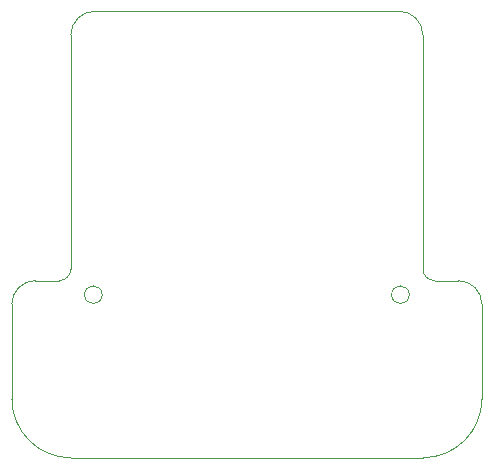
<source format=gm1>
G04*
G04 #@! TF.GenerationSoftware,Altium Limited,Altium Designer,22.8.2 (66)*
G04*
G04 Layer_Color=16711935*
%FSLAX44Y44*%
%MOMM*%
G71*
G04*
G04 #@! TF.SameCoordinates,03C31CE9-7C2E-41FB-898D-559C101E88B0*
G04*
G04*
G04 #@! TF.FilePolarity,Positive*
G04*
G01*
G75*
%ADD21C,0.0127*%
D21*
X20064Y150063D02*
G03*
X63Y130063I0J-20000D01*
G01*
X63Y50064D02*
G03*
X50064Y63I50000J0D01*
G01*
X40064Y150063D02*
G03*
X50064Y160063I0J10000D01*
G01*
X70064Y378064D02*
G03*
X50064Y358064I0J-20000D01*
G01*
X76564Y138063D02*
G03*
X76564Y138063I-7500J0D01*
G01*
X348064Y63D02*
G03*
X398064Y50064I0J50000D01*
G01*
X336563Y138063D02*
G03*
X336563Y138063I-7500J0D01*
G01*
X398064Y130063D02*
G03*
X378064Y150063I-20000J0D01*
G01*
X348064Y160063D02*
G03*
X358064Y150063I10000J0D01*
G01*
X348064Y358064D02*
G03*
X328064Y378064I-20000J0D01*
G01*
X63Y50064D02*
Y130063D01*
X20064Y150063D02*
X40064D01*
X50064Y160063D02*
Y358064D01*
Y63D02*
X348064D01*
X398064Y50064D02*
Y130063D01*
X358064Y150063D02*
X378064D01*
X348064Y160063D02*
Y358064D01*
X70064Y378064D02*
X328064D01*
M02*

</source>
